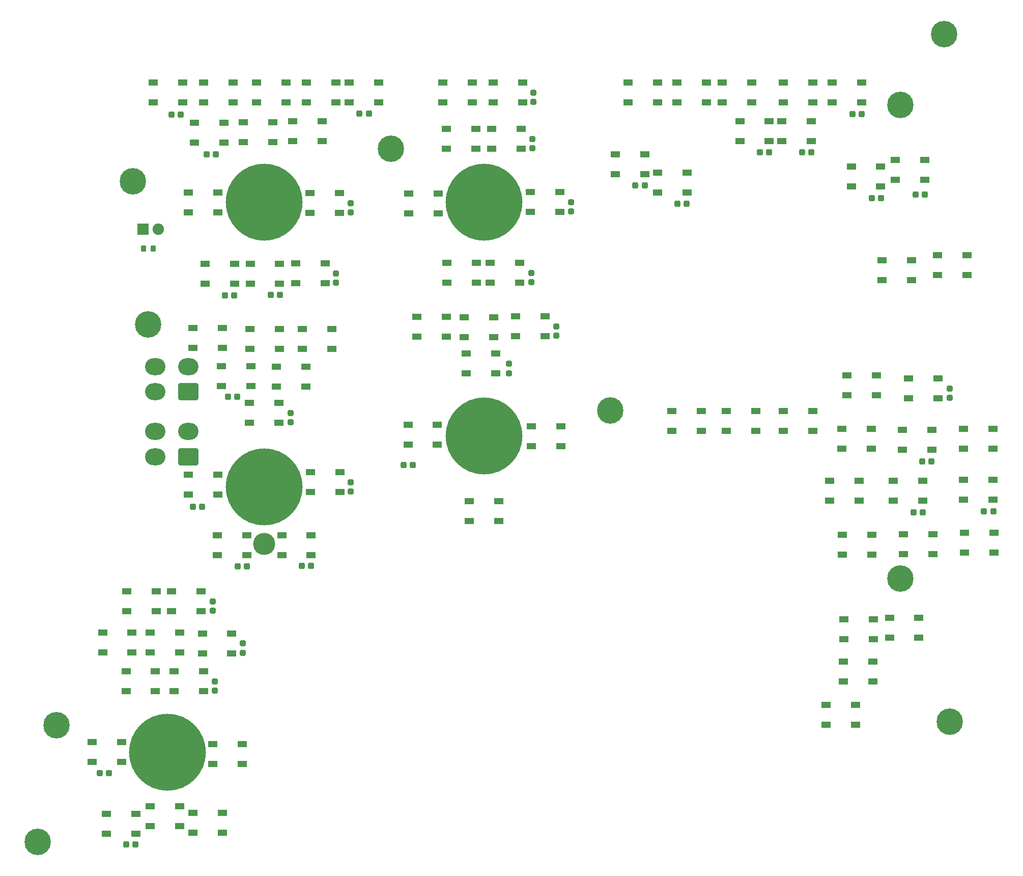
<source format=gbr>
%TF.GenerationSoftware,KiCad,Pcbnew,(6.0.9)*%
%TF.CreationDate,2023-01-06T21:37:08-09:00*%
%TF.ProjectId,SELECT JETT PANEL,53454c45-4354-4204-9a45-54542050414e,rev?*%
%TF.SameCoordinates,Original*%
%TF.FileFunction,Soldermask,Top*%
%TF.FilePolarity,Negative*%
%FSLAX46Y46*%
G04 Gerber Fmt 4.6, Leading zero omitted, Abs format (unit mm)*
G04 Created by KiCad (PCBNEW (6.0.9)) date 2023-01-06 21:37:08*
%MOMM*%
%LPD*%
G01*
G04 APERTURE LIST*
G04 Aperture macros list*
%AMRoundRect*
0 Rectangle with rounded corners*
0 $1 Rounding radius*
0 $2 $3 $4 $5 $6 $7 $8 $9 X,Y pos of 4 corners*
0 Add a 4 corners polygon primitive as box body*
4,1,4,$2,$3,$4,$5,$6,$7,$8,$9,$2,$3,0*
0 Add four circle primitives for the rounded corners*
1,1,$1+$1,$2,$3*
1,1,$1+$1,$4,$5*
1,1,$1+$1,$6,$7*
1,1,$1+$1,$8,$9*
0 Add four rect primitives between the rounded corners*
20,1,$1+$1,$2,$3,$4,$5,0*
20,1,$1+$1,$4,$5,$6,$7,0*
20,1,$1+$1,$6,$7,$8,$9,0*
20,1,$1+$1,$8,$9,$2,$3,0*%
G04 Aperture macros list end*
%ADD10RoundRect,0.275000X-0.225000X-0.250000X0.225000X-0.250000X0.225000X0.250000X-0.225000X0.250000X0*%
%ADD11RoundRect,0.275000X-0.250000X0.225000X-0.250000X-0.225000X0.250000X-0.225000X0.250000X0.225000X0*%
%ADD12RoundRect,0.050000X-0.750000X-0.450000X0.750000X-0.450000X0.750000X0.450000X-0.750000X0.450000X0*%
%ADD13RoundRect,0.250000X-0.200000X-0.275000X0.200000X-0.275000X0.200000X0.275000X-0.200000X0.275000X0*%
%ADD14C,4.400000*%
%ADD15C,12.800000*%
%ADD16C,3.672000*%
%ADD17RoundRect,0.050000X-0.900000X-0.900000X0.900000X-0.900000X0.900000X0.900000X-0.900000X0.900000X0*%
%ADD18C,1.900000*%
%ADD19RoundRect,0.300001X1.399999X-1.099999X1.399999X1.099999X-1.399999X1.099999X-1.399999X-1.099999X0*%
%ADD20O,3.400000X2.800000*%
G04 APERTURE END LIST*
D10*
%TO.C,C2*%
X93637500Y-38900000D03*
X95187500Y-38900000D03*
%TD*%
%TO.C,C3*%
X99513000Y-45500000D03*
X101063000Y-45500000D03*
%TD*%
%TO.C,C4*%
X124937000Y-38700000D03*
X126487000Y-38700000D03*
%TD*%
D11*
%TO.C,C5*%
X123500000Y-53637500D03*
X123500000Y-55187500D03*
%TD*%
%TO.C,C6*%
X121000000Y-65337500D03*
X121000000Y-66887500D03*
%TD*%
D10*
%TO.C,C7*%
X110137000Y-68900000D03*
X111687000Y-68900000D03*
%TD*%
%TO.C,C8*%
X102537000Y-69000000D03*
X104087000Y-69000000D03*
%TD*%
%TO.C,C9*%
X97225000Y-104100000D03*
X98775000Y-104100000D03*
%TD*%
D11*
%TO.C,C10*%
X113500000Y-88537500D03*
X113500000Y-90087500D03*
%TD*%
D10*
%TO.C,C11*%
X103037000Y-85800000D03*
X104587000Y-85800000D03*
%TD*%
D11*
%TO.C,C12*%
X123500000Y-100037000D03*
X123500000Y-101587000D03*
%TD*%
D10*
%TO.C,C13*%
X104637000Y-114000000D03*
X106187000Y-114000000D03*
%TD*%
%TO.C,C14*%
X115313000Y-113900000D03*
X116863000Y-113900000D03*
%TD*%
D11*
%TO.C,C15*%
X100500000Y-119837000D03*
X100500000Y-121387000D03*
%TD*%
%TO.C,C16*%
X105500000Y-126837000D03*
X105500000Y-128387000D03*
%TD*%
%TO.C,C17*%
X100900000Y-133137000D03*
X100900000Y-134687000D03*
%TD*%
D10*
%TO.C,C18*%
X81725000Y-148400000D03*
X83275000Y-148400000D03*
%TD*%
%TO.C,C19*%
X86137500Y-160200000D03*
X87687500Y-160200000D03*
%TD*%
D11*
%TO.C,C20*%
X149800000Y-80337500D03*
X149800000Y-81887500D03*
%TD*%
D10*
%TO.C,C21*%
X132237000Y-97200000D03*
X133787000Y-97200000D03*
%TD*%
D11*
%TO.C,C22*%
X157700000Y-74137500D03*
X157700000Y-75687500D03*
%TD*%
%TO.C,C23*%
X160100000Y-53437500D03*
X160100000Y-54987500D03*
%TD*%
%TO.C,C24*%
X153500000Y-65237500D03*
X153500000Y-66787500D03*
%TD*%
%TO.C,C25*%
X153700000Y-42937500D03*
X153700000Y-44487500D03*
%TD*%
%TO.C,C26*%
X153900000Y-35237500D03*
X153900000Y-36787500D03*
%TD*%
D10*
%TO.C,C27*%
X177825000Y-53700000D03*
X179375000Y-53700000D03*
%TD*%
%TO.C,C28*%
X170837000Y-50700000D03*
X172387000Y-50700000D03*
%TD*%
%TO.C,C29*%
X206937000Y-38800000D03*
X208487000Y-38800000D03*
%TD*%
%TO.C,C30*%
X198537000Y-45200000D03*
X200087000Y-45200000D03*
%TD*%
%TO.C,C31*%
X191537000Y-45200000D03*
X193087000Y-45200000D03*
%TD*%
%TO.C,C32*%
X210137000Y-52800000D03*
X211687000Y-52800000D03*
%TD*%
%TO.C,C33*%
X217437000Y-52200000D03*
X218987000Y-52200000D03*
%TD*%
D11*
%TO.C,C34*%
X223100000Y-84437500D03*
X223100000Y-85987500D03*
%TD*%
D10*
%TO.C,C35*%
X218537000Y-96600000D03*
X220087000Y-96600000D03*
%TD*%
%TO.C,C36*%
X217113000Y-105000000D03*
X218663000Y-105000000D03*
%TD*%
%TO.C,C37*%
X228837000Y-104900000D03*
X230387000Y-104900000D03*
%TD*%
D12*
%TO.C,D1*%
X90600000Y-33550000D03*
X90600000Y-36850000D03*
X95500000Y-36850000D03*
X95500000Y-33550000D03*
%TD*%
%TO.C,D2*%
X99000000Y-33550000D03*
X99000000Y-36850000D03*
X103900000Y-36850000D03*
X103900000Y-33550000D03*
%TD*%
%TO.C,D3*%
X107800000Y-33550000D03*
X107800000Y-36850000D03*
X112700000Y-36850000D03*
X112700000Y-33550000D03*
%TD*%
%TO.C,D4*%
X116100000Y-33550000D03*
X116100000Y-36850000D03*
X121000000Y-36850000D03*
X121000000Y-33550000D03*
%TD*%
%TO.C,D5*%
X123200000Y-33550000D03*
X123200000Y-36850000D03*
X128100000Y-36850000D03*
X128100000Y-33550000D03*
%TD*%
%TO.C,D6*%
X97500000Y-40250000D03*
X97500000Y-43550000D03*
X102400000Y-43550000D03*
X102400000Y-40250000D03*
%TD*%
%TO.C,D7*%
X105600000Y-40150000D03*
X105600000Y-43450000D03*
X110500000Y-43450000D03*
X110500000Y-40150000D03*
%TD*%
%TO.C,D8*%
X113850000Y-40050000D03*
X113850000Y-43350000D03*
X118750000Y-43350000D03*
X118750000Y-40050000D03*
%TD*%
%TO.C,D9*%
X116700000Y-51950000D03*
X116700000Y-55250000D03*
X121600000Y-55250000D03*
X121600000Y-51950000D03*
%TD*%
%TO.C,D10*%
X114300000Y-63650000D03*
X114300000Y-66950000D03*
X119200000Y-66950000D03*
X119200000Y-63650000D03*
%TD*%
%TO.C,D11*%
X106750000Y-63750000D03*
X106750000Y-67050000D03*
X111650000Y-67050000D03*
X111650000Y-63750000D03*
%TD*%
%TO.C,D12*%
X99250000Y-63750000D03*
X99250000Y-67050000D03*
X104150000Y-67050000D03*
X104150000Y-63750000D03*
%TD*%
%TO.C,D13*%
X96500000Y-51850000D03*
X96500000Y-55150000D03*
X101400000Y-55150000D03*
X101400000Y-51850000D03*
%TD*%
%TO.C,D14*%
X97200000Y-74350000D03*
X97200000Y-77650000D03*
X102100000Y-77650000D03*
X102100000Y-74350000D03*
%TD*%
%TO.C,D15*%
X106700000Y-74550000D03*
X106700000Y-77850000D03*
X111600000Y-77850000D03*
X111600000Y-74550000D03*
%TD*%
%TO.C,D16*%
X115450000Y-74550000D03*
X115450000Y-77850000D03*
X120350000Y-77850000D03*
X120350000Y-74550000D03*
%TD*%
%TO.C,D17*%
X101950000Y-80750000D03*
X101950000Y-84050000D03*
X106850000Y-84050000D03*
X106850000Y-80750000D03*
%TD*%
%TO.C,D18*%
X111100000Y-80850000D03*
X111100000Y-84150000D03*
X116000000Y-84150000D03*
X116000000Y-80850000D03*
%TD*%
%TO.C,D19*%
X106600000Y-86850000D03*
X106600000Y-90150000D03*
X111500000Y-90150000D03*
X111500000Y-86850000D03*
%TD*%
%TO.C,D20*%
X116800000Y-98350000D03*
X116800000Y-101650000D03*
X121700000Y-101650000D03*
X121700000Y-98350000D03*
%TD*%
%TO.C,D21*%
X112000000Y-108850000D03*
X112000000Y-112150000D03*
X116900000Y-112150000D03*
X116900000Y-108850000D03*
%TD*%
%TO.C,D22*%
X101300000Y-108850000D03*
X101300000Y-112150000D03*
X106200000Y-112150000D03*
X106200000Y-108850000D03*
%TD*%
%TO.C,D23*%
X96450000Y-98750000D03*
X96450000Y-102050000D03*
X101350000Y-102050000D03*
X101350000Y-98750000D03*
%TD*%
%TO.C,D24*%
X86200000Y-118150000D03*
X86200000Y-121450000D03*
X91100000Y-121450000D03*
X91100000Y-118150000D03*
%TD*%
%TO.C,D25*%
X93700000Y-118150000D03*
X93700000Y-121450000D03*
X98600000Y-121450000D03*
X98600000Y-118150000D03*
%TD*%
%TO.C,D26*%
X82200000Y-125050000D03*
X82200000Y-128350000D03*
X87100000Y-128350000D03*
X87100000Y-125050000D03*
%TD*%
%TO.C,D27*%
X90150000Y-125050000D03*
X90150000Y-128350000D03*
X95050000Y-128350000D03*
X95050000Y-125050000D03*
%TD*%
%TO.C,D28*%
X98800000Y-125150000D03*
X98800000Y-128450000D03*
X103700000Y-128450000D03*
X103700000Y-125150000D03*
%TD*%
%TO.C,D29*%
X86100000Y-131450000D03*
X86100000Y-134750000D03*
X91000000Y-134750000D03*
X91000000Y-131450000D03*
%TD*%
%TO.C,D30*%
X94100000Y-131450000D03*
X94100000Y-134750000D03*
X99000000Y-134750000D03*
X99000000Y-131450000D03*
%TD*%
%TO.C,D31*%
X100500000Y-143550000D03*
X100500000Y-146850000D03*
X105400000Y-146850000D03*
X105400000Y-143550000D03*
%TD*%
%TO.C,D32*%
X97200000Y-154950000D03*
X97200000Y-158250000D03*
X102100000Y-158250000D03*
X102100000Y-154950000D03*
%TD*%
%TO.C,D33*%
X90150000Y-153850000D03*
X90150000Y-157150000D03*
X95050000Y-157150000D03*
X95050000Y-153850000D03*
%TD*%
%TO.C,D34*%
X82800000Y-155150000D03*
X82800000Y-158450000D03*
X87700000Y-158450000D03*
X87700000Y-155150000D03*
%TD*%
%TO.C,D35*%
X80500000Y-143250000D03*
X80500000Y-146550000D03*
X85400000Y-146550000D03*
X85400000Y-143250000D03*
%TD*%
%TO.C,D36*%
X138800000Y-33550000D03*
X138800000Y-36850000D03*
X143700000Y-36850000D03*
X143700000Y-33550000D03*
%TD*%
%TO.C,D37*%
X147150000Y-33550000D03*
X147150000Y-36850000D03*
X152050000Y-36850000D03*
X152050000Y-33550000D03*
%TD*%
%TO.C,D38*%
X139400000Y-41250000D03*
X139400000Y-44550000D03*
X144300000Y-44550000D03*
X144300000Y-41250000D03*
%TD*%
%TO.C,D39*%
X146950000Y-41250000D03*
X146950000Y-44550000D03*
X151850000Y-44550000D03*
X151850000Y-41250000D03*
%TD*%
%TO.C,D40*%
X153350000Y-51750000D03*
X153350000Y-55050000D03*
X158250000Y-55050000D03*
X158250000Y-51750000D03*
%TD*%
%TO.C,D41*%
X146700000Y-63550000D03*
X146700000Y-66850000D03*
X151600000Y-66850000D03*
X151600000Y-63550000D03*
%TD*%
%TO.C,D42*%
X139500000Y-63550000D03*
X139500000Y-66850000D03*
X144400000Y-66850000D03*
X144400000Y-63550000D03*
%TD*%
%TO.C,D43*%
X133100000Y-52050000D03*
X133100000Y-55350000D03*
X138000000Y-55350000D03*
X138000000Y-52050000D03*
%TD*%
%TO.C,D44*%
X134450000Y-72550000D03*
X134450000Y-75850000D03*
X139350000Y-75850000D03*
X139350000Y-72550000D03*
%TD*%
%TO.C,D45*%
X142350000Y-72650000D03*
X142350000Y-75950000D03*
X147250000Y-75950000D03*
X147250000Y-72650000D03*
%TD*%
%TO.C,D46*%
X150900000Y-72450000D03*
X150900000Y-75750000D03*
X155800000Y-75750000D03*
X155800000Y-72450000D03*
%TD*%
%TO.C,D47*%
X142700000Y-78650000D03*
X142700000Y-81950000D03*
X147600000Y-81950000D03*
X147600000Y-78650000D03*
%TD*%
%TO.C,D48*%
X153500000Y-90750000D03*
X153500000Y-94050000D03*
X158400000Y-94050000D03*
X158400000Y-90750000D03*
%TD*%
%TO.C,D49*%
X143200000Y-103150000D03*
X143200000Y-106450000D03*
X148100000Y-106450000D03*
X148100000Y-103150000D03*
%TD*%
%TO.C,D50*%
X133000000Y-90450000D03*
X133000000Y-93750000D03*
X137900000Y-93750000D03*
X137900000Y-90450000D03*
%TD*%
%TO.C,D51*%
X169650000Y-33550000D03*
X169650000Y-36850000D03*
X174550000Y-36850000D03*
X174550000Y-33550000D03*
%TD*%
%TO.C,D52*%
X177750000Y-33550000D03*
X177750000Y-36850000D03*
X182650000Y-36850000D03*
X182650000Y-33550000D03*
%TD*%
%TO.C,D53*%
X185300000Y-33550000D03*
X185300000Y-36850000D03*
X190200000Y-36850000D03*
X190200000Y-33550000D03*
%TD*%
%TO.C,D54*%
X195450000Y-33550000D03*
X195450000Y-36850000D03*
X200350000Y-36850000D03*
X200350000Y-33550000D03*
%TD*%
%TO.C,D55*%
X203600000Y-33550000D03*
X203600000Y-36850000D03*
X208500000Y-36850000D03*
X208500000Y-33550000D03*
%TD*%
%TO.C,D56*%
X188200000Y-40050000D03*
X188200000Y-43350000D03*
X193100000Y-43350000D03*
X193100000Y-40050000D03*
%TD*%
%TO.C,D57*%
X195200000Y-40050000D03*
X195200000Y-43350000D03*
X200100000Y-43350000D03*
X200100000Y-40050000D03*
%TD*%
%TO.C,D58*%
X167500000Y-45550000D03*
X167500000Y-48850000D03*
X172400000Y-48850000D03*
X172400000Y-45550000D03*
%TD*%
%TO.C,D59*%
X174500000Y-48550000D03*
X174500000Y-51850000D03*
X179400000Y-51850000D03*
X179400000Y-48550000D03*
%TD*%
%TO.C,D60*%
X206750000Y-47550000D03*
X206750000Y-50850000D03*
X211650000Y-50850000D03*
X211650000Y-47550000D03*
%TD*%
%TO.C,D61*%
X214100000Y-46450000D03*
X214100000Y-49750000D03*
X219000000Y-49750000D03*
X219000000Y-46450000D03*
%TD*%
%TO.C,D62*%
X211900000Y-63150000D03*
X211900000Y-66450000D03*
X216800000Y-66450000D03*
X216800000Y-63150000D03*
%TD*%
%TO.C,D63*%
X221100000Y-62250000D03*
X221100000Y-65550000D03*
X226000000Y-65550000D03*
X226000000Y-62250000D03*
%TD*%
%TO.C,D64*%
X206050000Y-82250000D03*
X206050000Y-85550000D03*
X210950000Y-85550000D03*
X210950000Y-82250000D03*
%TD*%
%TO.C,D65*%
X216250000Y-82750000D03*
X216250000Y-86050000D03*
X221150000Y-86050000D03*
X221150000Y-82750000D03*
%TD*%
%TO.C,D66*%
X176900000Y-88150000D03*
X176900000Y-91450000D03*
X181800000Y-91450000D03*
X181800000Y-88150000D03*
%TD*%
%TO.C,D67*%
X185950000Y-88150000D03*
X185950000Y-91450000D03*
X190850000Y-91450000D03*
X190850000Y-88150000D03*
%TD*%
%TO.C,D68*%
X195450000Y-88150000D03*
X195450000Y-91450000D03*
X200350000Y-91450000D03*
X200350000Y-88150000D03*
%TD*%
%TO.C,D69*%
X205150000Y-91150000D03*
X205150000Y-94450000D03*
X210050000Y-94450000D03*
X210050000Y-91150000D03*
%TD*%
%TO.C,D70*%
X215250000Y-91350000D03*
X215250000Y-94650000D03*
X220150000Y-94650000D03*
X220150000Y-91350000D03*
%TD*%
%TO.C,D71*%
X225400000Y-91150000D03*
X225400000Y-94450000D03*
X230300000Y-94450000D03*
X230300000Y-91150000D03*
%TD*%
%TO.C,D72*%
X203150000Y-99750000D03*
X203150000Y-103050000D03*
X208050000Y-103050000D03*
X208050000Y-99750000D03*
%TD*%
%TO.C,D73*%
X213750000Y-99750000D03*
X213750000Y-103050000D03*
X218650000Y-103050000D03*
X218650000Y-99750000D03*
%TD*%
%TO.C,D74*%
X225450000Y-99650000D03*
X225450000Y-102950000D03*
X230350000Y-102950000D03*
X230350000Y-99650000D03*
%TD*%
%TO.C,D75*%
X205250000Y-108750000D03*
X205250000Y-112050000D03*
X210150000Y-112050000D03*
X210150000Y-108750000D03*
%TD*%
%TO.C,D76*%
X215450000Y-108650000D03*
X215450000Y-111950000D03*
X220350000Y-111950000D03*
X220350000Y-108650000D03*
%TD*%
%TO.C,D77*%
X225550000Y-108450000D03*
X225550000Y-111750000D03*
X230450000Y-111750000D03*
X230450000Y-108450000D03*
%TD*%
%TO.C,D78*%
X205500000Y-122850000D03*
X205500000Y-126150000D03*
X210400000Y-126150000D03*
X210400000Y-122850000D03*
%TD*%
%TO.C,D79*%
X213100000Y-122550000D03*
X213100000Y-125850000D03*
X218000000Y-125850000D03*
X218000000Y-122550000D03*
%TD*%
%TO.C,D80*%
X205450000Y-129850000D03*
X205450000Y-133150000D03*
X210350000Y-133150000D03*
X210350000Y-129850000D03*
%TD*%
%TO.C,D81*%
X202550000Y-137050000D03*
X202550000Y-140350000D03*
X207450000Y-140350000D03*
X207450000Y-137050000D03*
%TD*%
D13*
%TO.C,R1*%
X88975000Y-61200000D03*
X90625000Y-61200000D03*
%TD*%
D14*
%TO.C,1*%
X87261697Y-49974517D03*
%TD*%
%TO.C,2*%
X130124197Y-44577011D03*
%TD*%
%TO.C,3*%
X214896696Y-37274500D03*
%TD*%
%TO.C,4*%
X166636703Y-88074497D03*
%TD*%
%TO.C,5*%
X74561693Y-140462018D03*
%TD*%
%TO.C,6*%
X214896707Y-116078000D03*
%TD*%
%TO.C,7*%
X89801693Y-73787017D03*
%TD*%
%TO.C,8*%
X71386707Y-159820032D03*
%TD*%
%TO.C,9*%
X223151694Y-139839819D03*
%TD*%
D15*
%TO.C,15*%
X109105698Y-53467018D03*
%TD*%
%TO.C,16*%
X145681694Y-53467018D03*
%TD*%
%TO.C,16*%
X109105698Y-100774518D03*
X109105698Y-100774518D03*
D16*
X109105698Y-110299518D03*
%TD*%
D15*
%TO.C,17*%
X145681694Y-92329018D03*
%TD*%
%TO.C,18*%
X92976707Y-144906997D03*
%TD*%
D14*
%TO.C,3*%
X222196696Y-25524500D03*
%TD*%
D17*
%TO.C,D82*%
X88960000Y-58000000D03*
D18*
X91500000Y-58000000D03*
%TD*%
D19*
%TO.C,J1*%
X96450000Y-85000000D03*
D20*
X96450000Y-80800000D03*
X90950000Y-85000000D03*
X90950000Y-80800000D03*
%TD*%
D19*
%TO.C,J2*%
X96500000Y-95800000D03*
D20*
X96500000Y-91600000D03*
X91000000Y-95800000D03*
X91000000Y-91600000D03*
%TD*%
M02*

</source>
